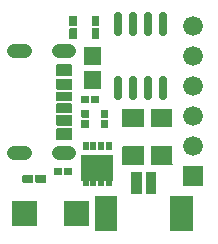
<source format=gts>
G04 Layer: TopSolderMaskLayer*
G04 EasyEDA v6.5.9, 2022-07-20 11:51:06*
G04 f1700a5533a94dbab9b25466b2df9886,20d39a695127413eb41274384cfbb926,10*
G04 Gerber Generator version 0.2*
G04 Scale: 100 percent, Rotated: No, Reflected: No *
G04 Dimensions in millimeters *
G04 leading zeros omitted , absolute positions ,4 integer and 5 decimal *
%FSLAX45Y45*%
%MOMM*%

%ADD10C,0.6700*%
%ADD11C,1.2016*%
%ADD12C,1.6764*%

%LPD*%
D10*
X1689100Y8409180D02*
G01*
X1689100Y8270999D01*
X1816100Y8409180D02*
G01*
X1816100Y8270999D01*
X1943100Y8409180D02*
G01*
X1943100Y8270999D01*
X2070100Y8409180D02*
G01*
X2070100Y8270999D01*
X1689100Y8950200D02*
G01*
X1689100Y8812019D01*
X1816100Y8950200D02*
G01*
X1816100Y8812019D01*
X1943100Y8950200D02*
G01*
X1943100Y8812019D01*
X2070100Y8950200D02*
G01*
X2070100Y8812019D01*
D11*
X1276291Y7784896D02*
G01*
X1186291Y7784896D01*
X1276291Y8648903D02*
G01*
X1186291Y8648903D01*
X896282Y8648903D02*
G01*
X806282Y8648903D01*
X896282Y7784896D02*
G01*
X806282Y7784896D01*
G36*
X1405699Y8330437D02*
G01*
X1404175Y8330674D01*
X1402651Y8331436D01*
X1401635Y8332452D01*
X1400873Y8333976D01*
X1400619Y8335500D01*
X1400555Y8335518D01*
X1400555Y8476487D01*
X1400619Y8476500D01*
X1400873Y8478024D01*
X1401635Y8479548D01*
X1402651Y8480564D01*
X1404175Y8481326D01*
X1405699Y8481568D01*
X1540700Y8481568D01*
X1542224Y8481326D01*
X1543748Y8480564D01*
X1544764Y8479548D01*
X1545526Y8478024D01*
X1545780Y8476500D01*
X1545844Y8476487D01*
X1545844Y8335518D01*
X1545780Y8335500D01*
X1545526Y8333976D01*
X1544764Y8332452D01*
X1543748Y8331436D01*
X1542224Y8330674D01*
X1540700Y8330437D01*
G37*
G36*
X1405699Y8536431D02*
G01*
X1404175Y8536673D01*
X1402651Y8537435D01*
X1401635Y8538451D01*
X1400873Y8539975D01*
X1400619Y8541499D01*
X1400555Y8541512D01*
X1400555Y8682481D01*
X1400619Y8682499D01*
X1400873Y8684023D01*
X1401635Y8685547D01*
X1402651Y8686563D01*
X1404175Y8687325D01*
X1405699Y8687562D01*
X1540700Y8687562D01*
X1542224Y8687325D01*
X1543748Y8686563D01*
X1544764Y8685547D01*
X1545526Y8684023D01*
X1545780Y8682499D01*
X1545844Y8682481D01*
X1545844Y8541512D01*
X1545780Y8541499D01*
X1545526Y8539975D01*
X1544764Y8538451D01*
X1543748Y8537435D01*
X1542224Y8536673D01*
X1540700Y8536431D01*
G37*
G36*
X1281099Y8752809D02*
G01*
X1279575Y8753063D01*
X1278051Y8753825D01*
X1277035Y8754841D01*
X1276273Y8756365D01*
X1276019Y8757889D01*
X1276095Y8757920D01*
X1276095Y8836913D01*
X1276019Y8836898D01*
X1276273Y8838422D01*
X1277035Y8839946D01*
X1278051Y8840962D01*
X1279575Y8841724D01*
X1281099Y8841978D01*
X1281176Y8841994D01*
X1335023Y8841994D01*
X1335100Y8841978D01*
X1336624Y8841724D01*
X1338148Y8840962D01*
X1339164Y8839946D01*
X1339926Y8838422D01*
X1340180Y8836898D01*
X1340104Y8836913D01*
X1340104Y8757920D01*
X1340180Y8757889D01*
X1339926Y8756365D01*
X1339164Y8754841D01*
X1338148Y8753825D01*
X1336624Y8753063D01*
X1335100Y8752809D01*
X1335023Y8752839D01*
X1281176Y8752839D01*
G37*
G36*
X1281176Y8861805D02*
G01*
X1281099Y8861821D01*
X1279575Y8862075D01*
X1278051Y8862837D01*
X1277035Y8863853D01*
X1276273Y8865377D01*
X1276019Y8866901D01*
X1276095Y8866886D01*
X1276095Y8945879D01*
X1276019Y8945910D01*
X1276273Y8947434D01*
X1277035Y8948958D01*
X1278051Y8949974D01*
X1279575Y8950736D01*
X1281099Y8950990D01*
X1281176Y8950960D01*
X1335023Y8950960D01*
X1335100Y8950990D01*
X1336624Y8950736D01*
X1338148Y8949974D01*
X1339164Y8948958D01*
X1339926Y8947434D01*
X1340180Y8945910D01*
X1340104Y8945879D01*
X1340104Y8866886D01*
X1340180Y8866901D01*
X1339926Y8865377D01*
X1339164Y8863853D01*
X1338148Y8862837D01*
X1336624Y8862075D01*
X1335100Y8861821D01*
X1335023Y8861805D01*
G37*
G36*
X1237487Y7171944D02*
G01*
X1237599Y7172020D01*
X1236075Y7172274D01*
X1234551Y7173036D01*
X1233535Y7174052D01*
X1232773Y7175576D01*
X1232519Y7177100D01*
X1232407Y7177023D01*
X1232407Y7377176D01*
X1232519Y7377099D01*
X1232773Y7378623D01*
X1233535Y7380147D01*
X1234551Y7381163D01*
X1236075Y7381925D01*
X1237599Y7382179D01*
X1237487Y7382255D01*
X1437639Y7382255D01*
X1437599Y7382179D01*
X1439123Y7381925D01*
X1440647Y7381163D01*
X1441663Y7380147D01*
X1442425Y7378623D01*
X1442679Y7377099D01*
X1442720Y7377176D01*
X1442720Y7177023D01*
X1442679Y7177100D01*
X1442425Y7175576D01*
X1441663Y7174052D01*
X1440647Y7173036D01*
X1439123Y7172274D01*
X1437599Y7172020D01*
X1437639Y7171944D01*
G37*
G36*
X797560Y7171944D02*
G01*
X797600Y7172020D01*
X796076Y7172274D01*
X794552Y7173036D01*
X793536Y7174052D01*
X792774Y7175576D01*
X792520Y7177100D01*
X792479Y7177023D01*
X792479Y7377176D01*
X792520Y7377099D01*
X792774Y7378623D01*
X793536Y7380147D01*
X794552Y7381163D01*
X796076Y7381925D01*
X797600Y7382179D01*
X797560Y7382255D01*
X997712Y7382255D01*
X997600Y7382179D01*
X999124Y7381925D01*
X1000648Y7381163D01*
X1001664Y7380147D01*
X1002426Y7378623D01*
X1002680Y7377099D01*
X1002792Y7377176D01*
X1002792Y7177023D01*
X1002680Y7177100D01*
X1002426Y7175576D01*
X1001664Y7174052D01*
X1000648Y7173036D01*
X999124Y7172274D01*
X997600Y7172020D01*
X997712Y7171944D01*
G37*
G36*
X1802500Y7436515D02*
G01*
X1800976Y7436769D01*
X1799452Y7437531D01*
X1798436Y7438547D01*
X1797674Y7440071D01*
X1797420Y7441595D01*
X1797557Y7441692D01*
X1797557Y7621523D01*
X1797420Y7621595D01*
X1797674Y7623119D01*
X1798436Y7624643D01*
X1799452Y7625659D01*
X1800976Y7626421D01*
X1802500Y7626675D01*
X1802384Y7626604D01*
X1882394Y7626604D01*
X1882500Y7626675D01*
X1884024Y7626421D01*
X1885548Y7625659D01*
X1886564Y7624643D01*
X1887326Y7623119D01*
X1887580Y7621595D01*
X1887473Y7621523D01*
X1887473Y7441692D01*
X1887580Y7441595D01*
X1887326Y7440071D01*
X1886564Y7438547D01*
X1885548Y7437531D01*
X1884024Y7436769D01*
X1882500Y7436515D01*
X1882394Y7436612D01*
X1802384Y7436612D01*
G37*
G36*
X1927499Y7436515D02*
G01*
X1925975Y7436769D01*
X1924451Y7437531D01*
X1923435Y7438547D01*
X1922673Y7440071D01*
X1922419Y7441595D01*
X1922526Y7441692D01*
X1922526Y7621523D01*
X1922419Y7621595D01*
X1922673Y7623119D01*
X1923435Y7624643D01*
X1924451Y7625659D01*
X1925975Y7626421D01*
X1927499Y7626675D01*
X1927605Y7626604D01*
X2007615Y7626604D01*
X2007499Y7626675D01*
X2009023Y7626421D01*
X2010547Y7625659D01*
X2011563Y7624643D01*
X2012325Y7623119D01*
X2012579Y7621595D01*
X2012441Y7621523D01*
X2012441Y7441692D01*
X2012579Y7441595D01*
X2012325Y7440071D01*
X2011563Y7438547D01*
X2010547Y7437531D01*
X2009023Y7436769D01*
X2007499Y7436515D01*
X2007615Y7436612D01*
X1927605Y7436612D01*
G37*
G36*
X1495044Y7126478D02*
G01*
X1494998Y7126516D01*
X1493474Y7126770D01*
X1491950Y7127532D01*
X1490934Y7128548D01*
X1490172Y7130072D01*
X1489918Y7131596D01*
X1489963Y7131558D01*
X1489963Y7421626D01*
X1489918Y7421598D01*
X1490172Y7423122D01*
X1490934Y7424646D01*
X1491950Y7425662D01*
X1493474Y7426424D01*
X1494998Y7426678D01*
X1495044Y7426705D01*
X1674876Y7426705D01*
X1674997Y7426678D01*
X1676521Y7426424D01*
X1678045Y7425662D01*
X1679061Y7424646D01*
X1679823Y7423122D01*
X1680077Y7421598D01*
X1679955Y7421626D01*
X1679955Y7131558D01*
X1680077Y7131596D01*
X1679823Y7130072D01*
X1679061Y7128548D01*
X1678045Y7127532D01*
X1676521Y7126770D01*
X1674997Y7126516D01*
X1674876Y7126478D01*
G37*
G36*
X2134870Y7126478D02*
G01*
X2134991Y7126516D01*
X2133467Y7126770D01*
X2131943Y7127532D01*
X2130927Y7128548D01*
X2130165Y7130072D01*
X2129911Y7131596D01*
X2130043Y7131558D01*
X2130043Y7421626D01*
X2129911Y7421598D01*
X2130165Y7423122D01*
X2130927Y7424646D01*
X2131943Y7425662D01*
X2133467Y7426424D01*
X2134991Y7426678D01*
X2134870Y7426705D01*
X2314956Y7426705D01*
X2314991Y7426678D01*
X2316515Y7426424D01*
X2318039Y7425662D01*
X2319055Y7424646D01*
X2319817Y7423122D01*
X2320071Y7421598D01*
X2320036Y7421626D01*
X2320036Y7131558D01*
X2320071Y7131596D01*
X2319817Y7130072D01*
X2319055Y7128548D01*
X2318039Y7127532D01*
X2316515Y7126770D01*
X2314991Y7126516D01*
X2314956Y7126478D01*
G37*
D12*
G01*
X2324100Y8864600D03*
G01*
X2324100Y8610600D03*
G01*
X2324100Y8356600D03*
G01*
X2324100Y8102600D03*
G01*
X2324100Y7848600D03*
G36*
X2245359Y7510779D02*
G01*
X2243835Y7511034D01*
X2242311Y7511795D01*
X2241295Y7512812D01*
X2240533Y7514336D01*
X2240279Y7515860D01*
X2240279Y7515860D01*
X2240279Y7673339D01*
X2240279Y7673339D01*
X2240533Y7674863D01*
X2241295Y7676387D01*
X2242311Y7677404D01*
X2243835Y7678165D01*
X2245359Y7678420D01*
X2402840Y7678420D01*
X2404364Y7678165D01*
X2405888Y7677404D01*
X2406904Y7676387D01*
X2407666Y7674863D01*
X2407920Y7673339D01*
X2407920Y7673339D01*
X2407920Y7515860D01*
X2407920Y7515860D01*
X2407666Y7514336D01*
X2406904Y7512812D01*
X2405888Y7511795D01*
X2404364Y7511034D01*
X2402840Y7510779D01*
G37*
G36*
X1381300Y7553622D02*
G01*
X1379776Y7553876D01*
X1378252Y7554638D01*
X1377236Y7555654D01*
X1376474Y7557178D01*
X1376220Y7558702D01*
X1376171Y7558786D01*
X1376171Y7763763D01*
X1376220Y7763700D01*
X1376474Y7765224D01*
X1377236Y7766748D01*
X1378252Y7767764D01*
X1379776Y7768526D01*
X1381300Y7768780D01*
X1381252Y7768844D01*
X1641347Y7768844D01*
X1641299Y7768780D01*
X1642823Y7768526D01*
X1644347Y7767764D01*
X1645363Y7766748D01*
X1646125Y7765224D01*
X1646379Y7763700D01*
X1646428Y7763763D01*
X1646428Y7558786D01*
X1646379Y7558702D01*
X1646125Y7557178D01*
X1645363Y7555654D01*
X1644347Y7554638D01*
X1642823Y7553876D01*
X1641299Y7553622D01*
X1641347Y7553705D01*
X1381252Y7553705D01*
G37*
G36*
X1393697Y7509002D02*
G01*
X1393789Y7509118D01*
X1392265Y7509372D01*
X1390741Y7510134D01*
X1389725Y7511150D01*
X1388963Y7512674D01*
X1388709Y7514198D01*
X1388618Y7514081D01*
X1388618Y7574279D01*
X1388709Y7574201D01*
X1388963Y7575725D01*
X1389725Y7577249D01*
X1390741Y7578265D01*
X1392265Y7579027D01*
X1393789Y7579281D01*
X1393697Y7579360D01*
X1433829Y7579360D01*
X1433789Y7579281D01*
X1435313Y7579027D01*
X1436837Y7578265D01*
X1437853Y7577249D01*
X1438615Y7575725D01*
X1438869Y7574201D01*
X1438910Y7574279D01*
X1438910Y7514081D01*
X1438869Y7514198D01*
X1438615Y7512674D01*
X1437853Y7511150D01*
X1436837Y7510134D01*
X1435313Y7509372D01*
X1433789Y7509118D01*
X1433829Y7509002D01*
G37*
G36*
X1458721Y7509002D02*
G01*
X1458788Y7509118D01*
X1457264Y7509372D01*
X1455740Y7510134D01*
X1454724Y7511150D01*
X1453962Y7512674D01*
X1453708Y7514198D01*
X1453642Y7514081D01*
X1453642Y7574279D01*
X1453708Y7574201D01*
X1453962Y7575725D01*
X1454724Y7577249D01*
X1455740Y7578265D01*
X1457264Y7579027D01*
X1458788Y7579281D01*
X1458721Y7579360D01*
X1498854Y7579360D01*
X1498787Y7579281D01*
X1500311Y7579027D01*
X1501835Y7578265D01*
X1502851Y7577249D01*
X1503613Y7575725D01*
X1503867Y7574201D01*
X1503934Y7574279D01*
X1503934Y7514081D01*
X1503867Y7514198D01*
X1503613Y7512674D01*
X1502851Y7511150D01*
X1501835Y7510134D01*
X1500311Y7509372D01*
X1498787Y7509118D01*
X1498854Y7509002D01*
G37*
G36*
X1523745Y7509002D02*
G01*
X1523786Y7509118D01*
X1522262Y7509372D01*
X1520738Y7510134D01*
X1519722Y7511150D01*
X1518960Y7512674D01*
X1518706Y7514198D01*
X1518665Y7514081D01*
X1518665Y7574279D01*
X1518706Y7574201D01*
X1518960Y7575725D01*
X1519722Y7577249D01*
X1520738Y7578265D01*
X1522262Y7579027D01*
X1523786Y7579281D01*
X1523745Y7579360D01*
X1563878Y7579360D01*
X1563786Y7579281D01*
X1565310Y7579027D01*
X1566834Y7578265D01*
X1567850Y7577249D01*
X1568612Y7575725D01*
X1568866Y7574201D01*
X1568957Y7574279D01*
X1568957Y7514081D01*
X1568866Y7514198D01*
X1568612Y7512674D01*
X1567850Y7511150D01*
X1566834Y7510134D01*
X1565310Y7509372D01*
X1563786Y7509118D01*
X1563878Y7509002D01*
G37*
G36*
X1588770Y7509002D02*
G01*
X1588810Y7509118D01*
X1587286Y7509372D01*
X1585762Y7510134D01*
X1584746Y7511150D01*
X1583984Y7512674D01*
X1583730Y7514198D01*
X1583689Y7514081D01*
X1583689Y7574279D01*
X1583730Y7574201D01*
X1583984Y7575725D01*
X1584746Y7577249D01*
X1585762Y7578265D01*
X1587286Y7579027D01*
X1588810Y7579281D01*
X1588770Y7579360D01*
X1628902Y7579360D01*
X1628810Y7579281D01*
X1630334Y7579027D01*
X1631858Y7578265D01*
X1632874Y7577249D01*
X1633636Y7575725D01*
X1633890Y7574201D01*
X1633981Y7574279D01*
X1633981Y7514081D01*
X1633890Y7514198D01*
X1633636Y7512674D01*
X1632874Y7511150D01*
X1631858Y7510134D01*
X1630334Y7509372D01*
X1628810Y7509118D01*
X1628902Y7509002D01*
G37*
G36*
X1393697Y7813039D02*
G01*
X1393789Y7813121D01*
X1392265Y7813375D01*
X1390741Y7814137D01*
X1389725Y7815153D01*
X1388963Y7816677D01*
X1388709Y7818201D01*
X1388618Y7818120D01*
X1388618Y7878318D01*
X1388709Y7878201D01*
X1388963Y7879725D01*
X1389725Y7881249D01*
X1390741Y7882265D01*
X1392265Y7883027D01*
X1393789Y7883281D01*
X1393697Y7883397D01*
X1433829Y7883397D01*
X1433789Y7883281D01*
X1435313Y7883027D01*
X1436837Y7882265D01*
X1437853Y7881249D01*
X1438615Y7879725D01*
X1438869Y7878201D01*
X1438910Y7878318D01*
X1438910Y7818120D01*
X1438869Y7818201D01*
X1438615Y7816677D01*
X1437853Y7815153D01*
X1436837Y7814137D01*
X1435313Y7813375D01*
X1433789Y7813121D01*
X1433829Y7813039D01*
G37*
G36*
X1458721Y7813039D02*
G01*
X1458788Y7813108D01*
X1457264Y7813362D01*
X1455740Y7814124D01*
X1454724Y7815140D01*
X1453962Y7816664D01*
X1453708Y7818188D01*
X1453642Y7818120D01*
X1453642Y7878063D01*
X1453708Y7878188D01*
X1453962Y7879712D01*
X1454724Y7881236D01*
X1455740Y7882252D01*
X1457264Y7883014D01*
X1458788Y7883268D01*
X1458721Y7883144D01*
X1498854Y7883144D01*
X1498787Y7883268D01*
X1500311Y7883014D01*
X1501835Y7882252D01*
X1502851Y7881236D01*
X1503613Y7879712D01*
X1503867Y7878188D01*
X1503934Y7878063D01*
X1503934Y7818120D01*
X1503867Y7818188D01*
X1503613Y7816664D01*
X1502851Y7815140D01*
X1501835Y7814124D01*
X1500311Y7813362D01*
X1498787Y7813108D01*
X1498854Y7813039D01*
G37*
G36*
X1523745Y7813039D02*
G01*
X1523786Y7813108D01*
X1522262Y7813362D01*
X1520738Y7814124D01*
X1519722Y7815140D01*
X1518960Y7816664D01*
X1518706Y7818188D01*
X1518665Y7818120D01*
X1518665Y7878063D01*
X1518706Y7878188D01*
X1518960Y7879712D01*
X1519722Y7881236D01*
X1520738Y7882252D01*
X1522262Y7883014D01*
X1523786Y7883268D01*
X1523745Y7883144D01*
X1563878Y7883144D01*
X1563786Y7883268D01*
X1565310Y7883014D01*
X1566834Y7882252D01*
X1567850Y7881236D01*
X1568612Y7879712D01*
X1568866Y7878188D01*
X1568957Y7878063D01*
X1568957Y7818120D01*
X1568866Y7818188D01*
X1568612Y7816664D01*
X1567850Y7815140D01*
X1566834Y7814124D01*
X1565310Y7813362D01*
X1563786Y7813108D01*
X1563878Y7813039D01*
G37*
G36*
X1588770Y7813039D02*
G01*
X1588810Y7813108D01*
X1587286Y7813362D01*
X1585762Y7814124D01*
X1584746Y7815140D01*
X1583984Y7816664D01*
X1583730Y7818188D01*
X1583689Y7818120D01*
X1583689Y7878063D01*
X1583730Y7878188D01*
X1583984Y7879712D01*
X1584746Y7881236D01*
X1585762Y7882252D01*
X1587286Y7883014D01*
X1588810Y7883268D01*
X1588770Y7883144D01*
X1628902Y7883144D01*
X1628810Y7883268D01*
X1630334Y7883014D01*
X1631858Y7882252D01*
X1632874Y7881236D01*
X1633636Y7879712D01*
X1633890Y7878188D01*
X1633981Y7878063D01*
X1633981Y7818120D01*
X1633890Y7818188D01*
X1633636Y7816664D01*
X1632874Y7815140D01*
X1631858Y7814124D01*
X1630334Y7813362D01*
X1628810Y7813108D01*
X1628902Y7813039D01*
G37*
G36*
X1171194Y8226805D02*
G01*
X1171125Y8226818D01*
X1169601Y8227072D01*
X1168077Y8227834D01*
X1167061Y8228850D01*
X1166299Y8230374D01*
X1166045Y8231898D01*
X1166113Y8231886D01*
X1166113Y8301989D01*
X1166045Y8301898D01*
X1166299Y8303422D01*
X1167061Y8304946D01*
X1168077Y8305962D01*
X1169601Y8306724D01*
X1171125Y8306978D01*
X1171194Y8307070D01*
X1291081Y8307070D01*
X1291125Y8306978D01*
X1292649Y8306724D01*
X1294173Y8305962D01*
X1295189Y8304946D01*
X1295951Y8303422D01*
X1296205Y8301898D01*
X1296162Y8301989D01*
X1296162Y8231886D01*
X1296205Y8231898D01*
X1295951Y8230374D01*
X1295189Y8228850D01*
X1294173Y8227834D01*
X1292649Y8227072D01*
X1291125Y8226818D01*
X1291081Y8226805D01*
G37*
G36*
X1171194Y8126729D02*
G01*
X1171125Y8126818D01*
X1169601Y8127072D01*
X1168077Y8127834D01*
X1167061Y8128850D01*
X1166299Y8130374D01*
X1166045Y8131898D01*
X1166113Y8131810D01*
X1166113Y8201913D01*
X1166045Y8201898D01*
X1166299Y8203422D01*
X1167061Y8204946D01*
X1168077Y8205962D01*
X1169601Y8206724D01*
X1171125Y8206978D01*
X1171194Y8206994D01*
X1291081Y8206994D01*
X1291125Y8206978D01*
X1292649Y8206724D01*
X1294173Y8205962D01*
X1295189Y8204946D01*
X1295951Y8203422D01*
X1296205Y8201898D01*
X1296162Y8201913D01*
X1296162Y8131810D01*
X1296205Y8131898D01*
X1295951Y8130374D01*
X1295189Y8128850D01*
X1294173Y8127834D01*
X1292649Y8127072D01*
X1291125Y8126818D01*
X1291081Y8126729D01*
G37*
G36*
X1171277Y8323834D02*
G01*
X1169753Y8324072D01*
X1168229Y8324834D01*
X1167213Y8325850D01*
X1166451Y8327374D01*
X1166197Y8328898D01*
X1166113Y8328913D01*
X1166113Y8408924D01*
X1166197Y8408898D01*
X1166451Y8410422D01*
X1167213Y8411946D01*
X1168229Y8412962D01*
X1169753Y8413724D01*
X1171277Y8413978D01*
X1171194Y8414004D01*
X1291336Y8414004D01*
X1291277Y8413978D01*
X1292801Y8413724D01*
X1294325Y8412962D01*
X1295341Y8411946D01*
X1296103Y8410422D01*
X1296357Y8408898D01*
X1296415Y8408924D01*
X1296415Y8328913D01*
X1296357Y8328898D01*
X1296103Y8327374D01*
X1295341Y8325850D01*
X1294325Y8324834D01*
X1292801Y8324072D01*
X1291277Y8323834D01*
G37*
G36*
X1171447Y8019795D02*
G01*
X1171531Y8019821D01*
X1170007Y8020075D01*
X1168483Y8020837D01*
X1167467Y8021853D01*
X1166705Y8023377D01*
X1166451Y8024901D01*
X1166368Y8024876D01*
X1166368Y8104886D01*
X1166451Y8104901D01*
X1166705Y8106425D01*
X1167467Y8107949D01*
X1168483Y8108965D01*
X1170007Y8109727D01*
X1171531Y8109965D01*
X1291531Y8109965D01*
X1293055Y8109727D01*
X1294579Y8108965D01*
X1295595Y8107949D01*
X1296357Y8106425D01*
X1296611Y8104901D01*
X1296670Y8104886D01*
X1296670Y8024876D01*
X1296611Y8024901D01*
X1296357Y8023377D01*
X1295595Y8021853D01*
X1294579Y8020837D01*
X1293055Y8020075D01*
X1291531Y8019821D01*
X1291589Y8019795D01*
G37*
G36*
X1171354Y8436818D02*
G01*
X1169830Y8437072D01*
X1168306Y8437834D01*
X1167290Y8438850D01*
X1166528Y8440374D01*
X1166274Y8441898D01*
X1166368Y8441944D01*
X1166368Y8531860D01*
X1166274Y8531898D01*
X1166528Y8533422D01*
X1167290Y8534946D01*
X1168306Y8535962D01*
X1169830Y8536724D01*
X1171354Y8536978D01*
X1171447Y8536939D01*
X1291336Y8536939D01*
X1291353Y8536978D01*
X1292877Y8536724D01*
X1294401Y8535962D01*
X1295417Y8534946D01*
X1296179Y8533422D01*
X1296433Y8531898D01*
X1296415Y8531860D01*
X1296415Y8441944D01*
X1296433Y8441898D01*
X1296179Y8440374D01*
X1295417Y8438850D01*
X1294401Y8437834D01*
X1292877Y8437072D01*
X1291353Y8436818D01*
X1291336Y8436863D01*
X1171447Y8436863D01*
G37*
G36*
X1171354Y7896821D02*
G01*
X1169830Y7897075D01*
X1168306Y7897837D01*
X1167290Y7898853D01*
X1166528Y7900377D01*
X1166274Y7901901D01*
X1166368Y7901939D01*
X1166368Y7991855D01*
X1166274Y7991901D01*
X1166528Y7993425D01*
X1167290Y7994949D01*
X1168306Y7995965D01*
X1169830Y7996727D01*
X1171354Y7996981D01*
X1171447Y7996936D01*
X1291336Y7996936D01*
X1291353Y7996981D01*
X1292877Y7996727D01*
X1294401Y7995965D01*
X1295417Y7994949D01*
X1296179Y7993425D01*
X1296433Y7991901D01*
X1296415Y7991855D01*
X1296415Y7901939D01*
X1296433Y7901901D01*
X1296179Y7900377D01*
X1295417Y7898853D01*
X1294401Y7897837D01*
X1292877Y7897075D01*
X1291353Y7896821D01*
X1291336Y7896860D01*
X1171447Y7896860D01*
G37*
G36*
X1970999Y7686220D02*
G01*
X1969475Y7686474D01*
X1967951Y7687236D01*
X1966935Y7688252D01*
X1966173Y7689776D01*
X1965919Y7691300D01*
X1965959Y7691373D01*
X1965959Y7839710D01*
X1965919Y7839798D01*
X1966173Y7841322D01*
X1966935Y7842846D01*
X1967951Y7843862D01*
X1969475Y7844624D01*
X1970999Y7844878D01*
X1971040Y7844789D01*
X2143759Y7844789D01*
X2143800Y7844878D01*
X2145324Y7844624D01*
X2146848Y7843862D01*
X2147864Y7842846D01*
X2148626Y7841322D01*
X2148880Y7839798D01*
X2148840Y7839710D01*
X2148840Y7691373D01*
X2148880Y7691300D01*
X2148626Y7689776D01*
X2147864Y7688252D01*
X2146848Y7687236D01*
X2145324Y7686474D01*
X2143800Y7686220D01*
X2143759Y7686294D01*
X1971040Y7686294D01*
G37*
G36*
X1970999Y8004721D02*
G01*
X1969475Y8004975D01*
X1967951Y8005737D01*
X1966935Y8006753D01*
X1966173Y8008277D01*
X1965919Y8009801D01*
X1965959Y8009889D01*
X1965959Y8158226D01*
X1965919Y8158299D01*
X1966173Y8159823D01*
X1966935Y8161347D01*
X1967951Y8162363D01*
X1969475Y8163125D01*
X1970999Y8163379D01*
X1971040Y8163305D01*
X2143759Y8163305D01*
X2143800Y8163379D01*
X2145324Y8163125D01*
X2146848Y8162363D01*
X2147864Y8161347D01*
X2148626Y8159823D01*
X2148880Y8158299D01*
X2148840Y8158226D01*
X2148840Y8009889D01*
X2148880Y8009801D01*
X2148626Y8008277D01*
X2147864Y8006753D01*
X2146848Y8005737D01*
X2145324Y8004975D01*
X2143800Y8004721D01*
X2143759Y8004810D01*
X1971040Y8004810D01*
G37*
G36*
X1729699Y7686220D02*
G01*
X1728175Y7686474D01*
X1726651Y7687236D01*
X1725635Y7688252D01*
X1724873Y7689776D01*
X1724619Y7691300D01*
X1724660Y7691373D01*
X1724660Y7839710D01*
X1724619Y7839798D01*
X1724873Y7841322D01*
X1725635Y7842846D01*
X1726651Y7843862D01*
X1728175Y7844624D01*
X1729699Y7844878D01*
X1729739Y7844789D01*
X1902460Y7844789D01*
X1902500Y7844878D01*
X1904024Y7844624D01*
X1905548Y7843862D01*
X1906564Y7842846D01*
X1907326Y7841322D01*
X1907580Y7839798D01*
X1907539Y7839710D01*
X1907539Y7691373D01*
X1907580Y7691300D01*
X1907326Y7689776D01*
X1906564Y7688252D01*
X1905548Y7687236D01*
X1904024Y7686474D01*
X1902500Y7686220D01*
X1902460Y7686294D01*
X1729739Y7686294D01*
G37*
G36*
X1729699Y8004721D02*
G01*
X1728175Y8004975D01*
X1726651Y8005737D01*
X1725635Y8006753D01*
X1724873Y8008277D01*
X1724619Y8009801D01*
X1724660Y8009889D01*
X1724660Y8158226D01*
X1724619Y8158299D01*
X1724873Y8159823D01*
X1725635Y8161347D01*
X1726651Y8162363D01*
X1728175Y8163125D01*
X1729699Y8163379D01*
X1729739Y8163305D01*
X1902460Y8163305D01*
X1902500Y8163379D01*
X1904024Y8163125D01*
X1905548Y8162363D01*
X1906564Y8161347D01*
X1907326Y8159823D01*
X1907580Y8158299D01*
X1907539Y8158226D01*
X1907539Y8009889D01*
X1907580Y8009801D01*
X1907326Y8008277D01*
X1906564Y8006753D01*
X1905548Y8005737D01*
X1904024Y8004975D01*
X1902500Y8004721D01*
X1902460Y8004810D01*
X1729739Y8004810D01*
G37*
G36*
X1471599Y8752809D02*
G01*
X1470075Y8753063D01*
X1468551Y8753825D01*
X1467535Y8754841D01*
X1466773Y8756365D01*
X1466519Y8757889D01*
X1466595Y8757920D01*
X1466595Y8836913D01*
X1466519Y8836898D01*
X1466773Y8838422D01*
X1467535Y8839946D01*
X1468551Y8840962D01*
X1470075Y8841724D01*
X1471599Y8841978D01*
X1471676Y8841994D01*
X1525523Y8841994D01*
X1525600Y8841978D01*
X1527124Y8841724D01*
X1528648Y8840962D01*
X1529664Y8839946D01*
X1530426Y8838422D01*
X1530680Y8836898D01*
X1530604Y8836913D01*
X1530604Y8757920D01*
X1530680Y8757889D01*
X1530426Y8756365D01*
X1529664Y8754841D01*
X1528648Y8753825D01*
X1527124Y8753063D01*
X1525600Y8752809D01*
X1525523Y8752839D01*
X1471676Y8752839D01*
G37*
G36*
X1471676Y8861805D02*
G01*
X1471599Y8861821D01*
X1470075Y8862075D01*
X1468551Y8862837D01*
X1467535Y8863853D01*
X1466773Y8865377D01*
X1466519Y8866901D01*
X1466595Y8866886D01*
X1466595Y8945879D01*
X1466519Y8945910D01*
X1466773Y8947434D01*
X1467535Y8948958D01*
X1468551Y8949974D01*
X1470075Y8950736D01*
X1471599Y8950990D01*
X1471676Y8950960D01*
X1525523Y8950960D01*
X1525600Y8950990D01*
X1527124Y8950736D01*
X1528648Y8949974D01*
X1529664Y8948958D01*
X1530426Y8947434D01*
X1530680Y8945910D01*
X1530604Y8945879D01*
X1530604Y8866886D01*
X1530680Y8866901D01*
X1530426Y8865377D01*
X1529664Y8863853D01*
X1528648Y8862837D01*
X1527124Y8862075D01*
X1525600Y8861821D01*
X1525523Y8861805D01*
G37*
G36*
X1147635Y7600619D02*
G01*
X1146111Y7600873D01*
X1144587Y7601635D01*
X1143571Y7602651D01*
X1142809Y7604175D01*
X1142555Y7605699D01*
X1142492Y7605776D01*
X1142492Y7659623D01*
X1142555Y7659700D01*
X1142809Y7661224D01*
X1143571Y7662748D01*
X1144587Y7663764D01*
X1146111Y7664526D01*
X1147635Y7664780D01*
X1147571Y7664704D01*
X1204213Y7664704D01*
X1204198Y7664780D01*
X1205722Y7664526D01*
X1207246Y7663764D01*
X1208262Y7662748D01*
X1209024Y7661224D01*
X1209278Y7659700D01*
X1209294Y7659623D01*
X1209294Y7605776D01*
X1209278Y7605699D01*
X1209024Y7604175D01*
X1208262Y7602651D01*
X1207246Y7601635D01*
X1205722Y7600873D01*
X1204198Y7600619D01*
X1204213Y7600695D01*
X1147571Y7600695D01*
G37*
G36*
X1234201Y7600619D02*
G01*
X1232677Y7600873D01*
X1231153Y7601635D01*
X1230137Y7602651D01*
X1229375Y7604175D01*
X1229121Y7605699D01*
X1229105Y7605776D01*
X1229105Y7659623D01*
X1229121Y7659700D01*
X1229375Y7661224D01*
X1230137Y7662748D01*
X1231153Y7663764D01*
X1232677Y7664526D01*
X1234201Y7664780D01*
X1234186Y7664704D01*
X1290828Y7664704D01*
X1290764Y7664780D01*
X1292288Y7664526D01*
X1293812Y7663764D01*
X1294828Y7662748D01*
X1295590Y7661224D01*
X1295844Y7659700D01*
X1295907Y7659623D01*
X1295907Y7605776D01*
X1295844Y7605699D01*
X1295590Y7604175D01*
X1294828Y7602651D01*
X1293812Y7601635D01*
X1292288Y7600873D01*
X1290764Y7600619D01*
X1290828Y7600695D01*
X1234186Y7600695D01*
G37*
G36*
X1547876Y8000492D02*
G01*
X1547799Y8000555D01*
X1546275Y8000809D01*
X1544751Y8001571D01*
X1543735Y8002587D01*
X1542973Y8004111D01*
X1542719Y8005635D01*
X1542795Y8005571D01*
X1542795Y8062213D01*
X1542719Y8062198D01*
X1542973Y8063722D01*
X1543735Y8065246D01*
X1544751Y8066262D01*
X1546275Y8067024D01*
X1547799Y8067278D01*
X1547876Y8067294D01*
X1601723Y8067294D01*
X1601800Y8067278D01*
X1603324Y8067024D01*
X1604848Y8066262D01*
X1605864Y8065246D01*
X1606626Y8063722D01*
X1606880Y8062198D01*
X1606804Y8062213D01*
X1606804Y8005571D01*
X1606880Y8005635D01*
X1606626Y8004111D01*
X1605864Y8002587D01*
X1604848Y8001571D01*
X1603324Y8000809D01*
X1601800Y8000555D01*
X1601723Y8000492D01*
G37*
G36*
X1547876Y8087105D02*
G01*
X1547799Y8087121D01*
X1546275Y8087375D01*
X1544751Y8088137D01*
X1543735Y8089153D01*
X1542973Y8090677D01*
X1542719Y8092201D01*
X1542795Y8092186D01*
X1542795Y8148828D01*
X1542719Y8148764D01*
X1542973Y8150288D01*
X1543735Y8151812D01*
X1544751Y8152828D01*
X1546275Y8153590D01*
X1547799Y8153844D01*
X1547876Y8153908D01*
X1601723Y8153908D01*
X1601800Y8153844D01*
X1603324Y8153590D01*
X1604848Y8152828D01*
X1605864Y8151812D01*
X1606626Y8150288D01*
X1606880Y8148764D01*
X1606804Y8148828D01*
X1606804Y8092186D01*
X1606880Y8092201D01*
X1606626Y8090677D01*
X1605864Y8089153D01*
X1604848Y8088137D01*
X1603324Y8087375D01*
X1601800Y8087121D01*
X1601723Y8087105D01*
G37*
G36*
X883889Y7537119D02*
G01*
X882365Y7537373D01*
X880841Y7538135D01*
X879825Y7539151D01*
X879063Y7540675D01*
X878809Y7542199D01*
X878839Y7542276D01*
X878839Y7596123D01*
X878809Y7596200D01*
X879063Y7597724D01*
X879825Y7599248D01*
X880841Y7600264D01*
X882365Y7601026D01*
X883889Y7601280D01*
X883920Y7601204D01*
X962913Y7601204D01*
X962898Y7601280D01*
X964422Y7601026D01*
X965946Y7600264D01*
X966962Y7599248D01*
X967724Y7597724D01*
X967978Y7596200D01*
X967994Y7596123D01*
X967994Y7542276D01*
X967978Y7542199D01*
X967724Y7540675D01*
X966962Y7539151D01*
X965946Y7538135D01*
X964422Y7537373D01*
X962898Y7537119D01*
X962913Y7537195D01*
X883920Y7537195D01*
G37*
G36*
X992901Y7537119D02*
G01*
X991377Y7537373D01*
X989853Y7538135D01*
X988837Y7539151D01*
X988075Y7540675D01*
X987821Y7542199D01*
X987805Y7542276D01*
X987805Y7596123D01*
X987821Y7596200D01*
X988075Y7597724D01*
X988837Y7599248D01*
X989853Y7600264D01*
X991377Y7601026D01*
X992901Y7601280D01*
X992886Y7601204D01*
X1071879Y7601204D01*
X1071910Y7601280D01*
X1073434Y7601026D01*
X1074958Y7600264D01*
X1075974Y7599248D01*
X1076736Y7597724D01*
X1076990Y7596200D01*
X1076960Y7596123D01*
X1076960Y7542276D01*
X1076990Y7542199D01*
X1076736Y7540675D01*
X1075974Y7539151D01*
X1074958Y7538135D01*
X1073434Y7537373D01*
X1071910Y7537119D01*
X1071879Y7537195D01*
X992886Y7537195D01*
G37*
G36*
X1382776Y8087105D02*
G01*
X1382699Y8087121D01*
X1381175Y8087375D01*
X1379651Y8088137D01*
X1378635Y8089153D01*
X1377873Y8090677D01*
X1377619Y8092201D01*
X1377695Y8092186D01*
X1377695Y8148828D01*
X1377619Y8148764D01*
X1377873Y8150288D01*
X1378635Y8151812D01*
X1379651Y8152828D01*
X1381175Y8153590D01*
X1382699Y8153844D01*
X1382776Y8153908D01*
X1436623Y8153908D01*
X1436700Y8153844D01*
X1438224Y8153590D01*
X1439748Y8152828D01*
X1440764Y8151812D01*
X1441526Y8150288D01*
X1441780Y8148764D01*
X1441704Y8148828D01*
X1441704Y8092186D01*
X1441780Y8092201D01*
X1441526Y8090677D01*
X1440764Y8089153D01*
X1439748Y8088137D01*
X1438224Y8087375D01*
X1436700Y8087121D01*
X1436623Y8087105D01*
G37*
G36*
X1382776Y8000492D02*
G01*
X1382699Y8000555D01*
X1381175Y8000809D01*
X1379651Y8001571D01*
X1378635Y8002587D01*
X1377873Y8004111D01*
X1377619Y8005635D01*
X1377695Y8005571D01*
X1377695Y8062213D01*
X1377619Y8062198D01*
X1377873Y8063722D01*
X1378635Y8065246D01*
X1379651Y8066262D01*
X1381175Y8067024D01*
X1382699Y8067278D01*
X1382776Y8067294D01*
X1436623Y8067294D01*
X1436700Y8067278D01*
X1438224Y8067024D01*
X1439748Y8066262D01*
X1440764Y8065246D01*
X1441526Y8063722D01*
X1441780Y8062198D01*
X1441704Y8062213D01*
X1441704Y8005571D01*
X1441780Y8005635D01*
X1441526Y8004111D01*
X1440764Y8002587D01*
X1439748Y8001571D01*
X1438224Y8000809D01*
X1436700Y8000555D01*
X1436623Y8000492D01*
G37*
G36*
X1376235Y8210219D02*
G01*
X1374711Y8210473D01*
X1373187Y8211235D01*
X1372171Y8212251D01*
X1371409Y8213775D01*
X1371155Y8215299D01*
X1371092Y8215376D01*
X1371092Y8269223D01*
X1371155Y8269300D01*
X1371409Y8270824D01*
X1372171Y8272348D01*
X1373187Y8273364D01*
X1374711Y8274126D01*
X1376235Y8274380D01*
X1376171Y8274304D01*
X1432813Y8274304D01*
X1432798Y8274380D01*
X1434322Y8274126D01*
X1435846Y8273364D01*
X1436862Y8272348D01*
X1437624Y8270824D01*
X1437878Y8269300D01*
X1437894Y8269223D01*
X1437894Y8215376D01*
X1437878Y8215299D01*
X1437624Y8213775D01*
X1436862Y8212251D01*
X1435846Y8211235D01*
X1434322Y8210473D01*
X1432798Y8210219D01*
X1432813Y8210295D01*
X1376171Y8210295D01*
G37*
G36*
X1462801Y8210219D02*
G01*
X1461277Y8210473D01*
X1459753Y8211235D01*
X1458737Y8212251D01*
X1457975Y8213775D01*
X1457721Y8215299D01*
X1457705Y8215376D01*
X1457705Y8269223D01*
X1457721Y8269300D01*
X1457975Y8270824D01*
X1458737Y8272348D01*
X1459753Y8273364D01*
X1461277Y8274126D01*
X1462801Y8274380D01*
X1462786Y8274304D01*
X1519428Y8274304D01*
X1519364Y8274380D01*
X1520888Y8274126D01*
X1522412Y8273364D01*
X1523428Y8272348D01*
X1524190Y8270824D01*
X1524444Y8269300D01*
X1524507Y8269223D01*
X1524507Y8215376D01*
X1524444Y8215299D01*
X1524190Y8213775D01*
X1523428Y8212251D01*
X1522412Y8211235D01*
X1520888Y8210473D01*
X1519364Y8210219D01*
X1519428Y8210295D01*
X1462786Y8210295D01*
G37*
M02*

</source>
